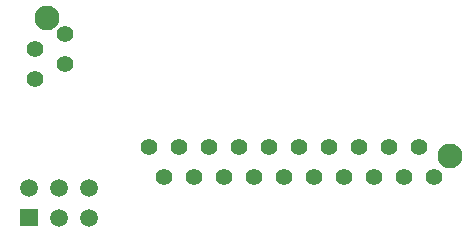
<source format=gbr>
G04 #@! TF.GenerationSoftware,KiCad,Pcbnew,(5.1.10-1-10_14)*
G04 #@! TF.CreationDate,2021-10-01T01:12:16-04:00*
G04 #@! TF.ProjectId,throttle,7468726f-7474-46c6-952e-6b696361645f,rev?*
G04 #@! TF.SameCoordinates,Original*
G04 #@! TF.FileFunction,Soldermask,Bot*
G04 #@! TF.FilePolarity,Negative*
%FSLAX46Y46*%
G04 Gerber Fmt 4.6, Leading zero omitted, Abs format (unit mm)*
G04 Created by KiCad (PCBNEW (5.1.10-1-10_14)) date 2021-10-01 01:12:16*
%MOMM*%
%LPD*%
G01*
G04 APERTURE LIST*
%ADD10C,1.402000*%
%ADD11C,2.102000*%
%ADD12C,1.502000*%
G04 APERTURE END LIST*
D10*
X174650000Y-82360000D03*
X174650000Y-79820000D03*
X172110000Y-81090000D03*
X172110000Y-83630000D03*
D11*
X173150000Y-78420000D03*
D10*
X200775000Y-91900000D03*
X203315000Y-91900000D03*
X205855000Y-91900000D03*
X198235000Y-91900000D03*
X204585000Y-89360000D03*
X202045000Y-89360000D03*
X199505000Y-89360000D03*
X196965000Y-89360000D03*
X195695000Y-91900000D03*
X194425000Y-89360000D03*
X193155000Y-91900000D03*
X191885000Y-89360000D03*
X190615000Y-91900000D03*
X189345000Y-89360000D03*
X188075000Y-91900000D03*
X186805000Y-89360000D03*
X185535000Y-91900000D03*
X184265000Y-89360000D03*
X182995000Y-91900000D03*
X181725000Y-89360000D03*
D11*
X207255000Y-90100000D03*
D12*
X176680000Y-92785000D03*
X176680000Y-95325000D03*
X174140000Y-92785000D03*
X174140000Y-95325000D03*
X171600000Y-92785000D03*
G36*
G01*
X172300000Y-96076000D02*
X170900000Y-96076000D01*
G75*
G02*
X170849000Y-96025000I0J51000D01*
G01*
X170849000Y-94625000D01*
G75*
G02*
X170900000Y-94574000I51000J0D01*
G01*
X172300000Y-94574000D01*
G75*
G02*
X172351000Y-94625000I0J-51000D01*
G01*
X172351000Y-96025000D01*
G75*
G02*
X172300000Y-96076000I-51000J0D01*
G01*
G37*
M02*

</source>
